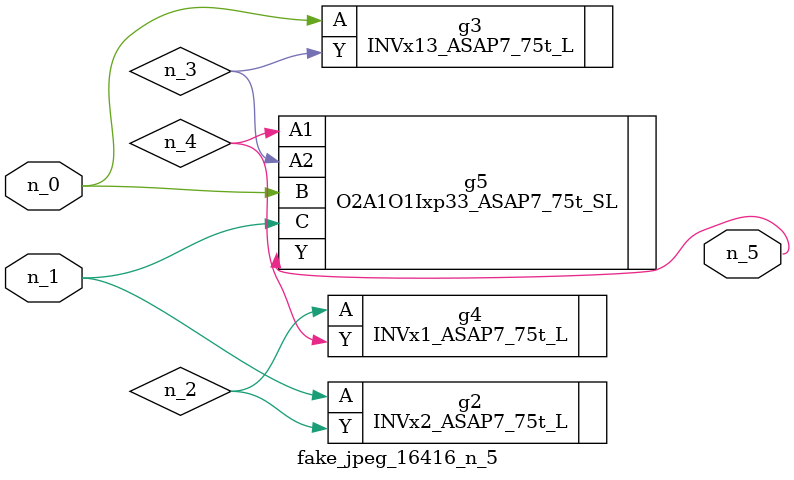
<source format=v>
module fake_jpeg_16416_n_5 (n_0, n_1, n_5);

input n_0;
input n_1;

output n_5;

wire n_3;
wire n_2;
wire n_4;

INVx2_ASAP7_75t_L g2 ( 
.A(n_1),
.Y(n_2)
);

INVx13_ASAP7_75t_L g3 ( 
.A(n_0),
.Y(n_3)
);

INVx1_ASAP7_75t_L g4 ( 
.A(n_2),
.Y(n_4)
);

O2A1O1Ixp33_ASAP7_75t_SL g5 ( 
.A1(n_4),
.A2(n_3),
.B(n_0),
.C(n_1),
.Y(n_5)
);


endmodule
</source>
